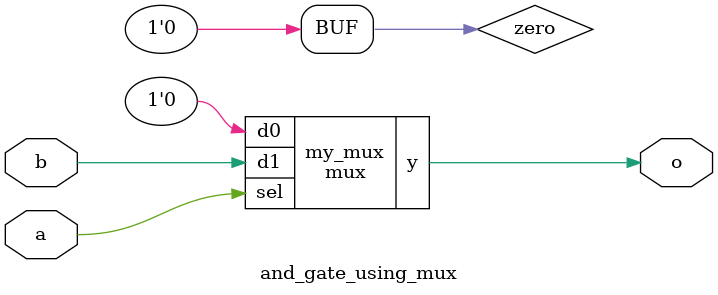
<source format=sv>

module mux
(
  input  d0, d1,
  input  sel,
  output y
);

  assign y = sel ? d1 : d0;

endmodule

//----------------------------------------------------------------------------
// Task
//----------------------------------------------------------------------------

module and_gate_using_mux
(
    input  a,
    input  b,
    output o
);

  // Task:
  // Implement and gate using instance(s) of mux,
  // constants 0 and 1, and wire connections

  wire zero = 1'b0;

  mux my_mux (
    .d0(zero),  
    .d1(b),     
    .sel(a),    
    .y(o)       
  );

endmodule

</source>
